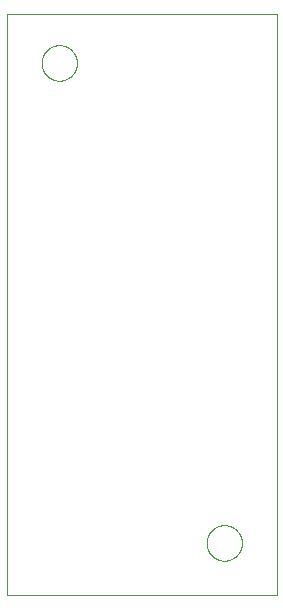
<source format=gbo>
G75*
%MOIN*%
%OFA0B0*%
%FSLAX25Y25*%
%IPPOS*%
%LPD*%
%AMOC8*
5,1,8,0,0,1.08239X$1,22.5*
%
%ADD10C,0.00000*%
D10*
X0002067Y0001500D02*
X0002067Y0195201D01*
X0091988Y0195201D01*
X0091988Y0001500D01*
X0002067Y0001500D01*
X0068661Y0019000D02*
X0068663Y0019153D01*
X0068669Y0019307D01*
X0068679Y0019460D01*
X0068693Y0019612D01*
X0068711Y0019765D01*
X0068733Y0019916D01*
X0068758Y0020067D01*
X0068788Y0020218D01*
X0068822Y0020368D01*
X0068859Y0020516D01*
X0068900Y0020664D01*
X0068945Y0020810D01*
X0068994Y0020956D01*
X0069047Y0021100D01*
X0069103Y0021242D01*
X0069163Y0021383D01*
X0069227Y0021523D01*
X0069294Y0021661D01*
X0069365Y0021797D01*
X0069440Y0021931D01*
X0069517Y0022063D01*
X0069599Y0022193D01*
X0069683Y0022321D01*
X0069771Y0022447D01*
X0069862Y0022570D01*
X0069956Y0022691D01*
X0070054Y0022809D01*
X0070154Y0022925D01*
X0070258Y0023038D01*
X0070364Y0023149D01*
X0070473Y0023257D01*
X0070585Y0023362D01*
X0070699Y0023463D01*
X0070817Y0023562D01*
X0070936Y0023658D01*
X0071058Y0023751D01*
X0071183Y0023840D01*
X0071310Y0023927D01*
X0071439Y0024009D01*
X0071570Y0024089D01*
X0071703Y0024165D01*
X0071838Y0024238D01*
X0071975Y0024307D01*
X0072114Y0024372D01*
X0072254Y0024434D01*
X0072396Y0024492D01*
X0072539Y0024547D01*
X0072684Y0024598D01*
X0072830Y0024645D01*
X0072977Y0024688D01*
X0073125Y0024727D01*
X0073274Y0024763D01*
X0073424Y0024794D01*
X0073575Y0024822D01*
X0073726Y0024846D01*
X0073879Y0024866D01*
X0074031Y0024882D01*
X0074184Y0024894D01*
X0074337Y0024902D01*
X0074490Y0024906D01*
X0074644Y0024906D01*
X0074797Y0024902D01*
X0074950Y0024894D01*
X0075103Y0024882D01*
X0075255Y0024866D01*
X0075408Y0024846D01*
X0075559Y0024822D01*
X0075710Y0024794D01*
X0075860Y0024763D01*
X0076009Y0024727D01*
X0076157Y0024688D01*
X0076304Y0024645D01*
X0076450Y0024598D01*
X0076595Y0024547D01*
X0076738Y0024492D01*
X0076880Y0024434D01*
X0077020Y0024372D01*
X0077159Y0024307D01*
X0077296Y0024238D01*
X0077431Y0024165D01*
X0077564Y0024089D01*
X0077695Y0024009D01*
X0077824Y0023927D01*
X0077951Y0023840D01*
X0078076Y0023751D01*
X0078198Y0023658D01*
X0078317Y0023562D01*
X0078435Y0023463D01*
X0078549Y0023362D01*
X0078661Y0023257D01*
X0078770Y0023149D01*
X0078876Y0023038D01*
X0078980Y0022925D01*
X0079080Y0022809D01*
X0079178Y0022691D01*
X0079272Y0022570D01*
X0079363Y0022447D01*
X0079451Y0022321D01*
X0079535Y0022193D01*
X0079617Y0022063D01*
X0079694Y0021931D01*
X0079769Y0021797D01*
X0079840Y0021661D01*
X0079907Y0021523D01*
X0079971Y0021383D01*
X0080031Y0021242D01*
X0080087Y0021100D01*
X0080140Y0020956D01*
X0080189Y0020810D01*
X0080234Y0020664D01*
X0080275Y0020516D01*
X0080312Y0020368D01*
X0080346Y0020218D01*
X0080376Y0020067D01*
X0080401Y0019916D01*
X0080423Y0019765D01*
X0080441Y0019612D01*
X0080455Y0019460D01*
X0080465Y0019307D01*
X0080471Y0019153D01*
X0080473Y0019000D01*
X0080471Y0018847D01*
X0080465Y0018693D01*
X0080455Y0018540D01*
X0080441Y0018388D01*
X0080423Y0018235D01*
X0080401Y0018084D01*
X0080376Y0017933D01*
X0080346Y0017782D01*
X0080312Y0017632D01*
X0080275Y0017484D01*
X0080234Y0017336D01*
X0080189Y0017190D01*
X0080140Y0017044D01*
X0080087Y0016900D01*
X0080031Y0016758D01*
X0079971Y0016617D01*
X0079907Y0016477D01*
X0079840Y0016339D01*
X0079769Y0016203D01*
X0079694Y0016069D01*
X0079617Y0015937D01*
X0079535Y0015807D01*
X0079451Y0015679D01*
X0079363Y0015553D01*
X0079272Y0015430D01*
X0079178Y0015309D01*
X0079080Y0015191D01*
X0078980Y0015075D01*
X0078876Y0014962D01*
X0078770Y0014851D01*
X0078661Y0014743D01*
X0078549Y0014638D01*
X0078435Y0014537D01*
X0078317Y0014438D01*
X0078198Y0014342D01*
X0078076Y0014249D01*
X0077951Y0014160D01*
X0077824Y0014073D01*
X0077695Y0013991D01*
X0077564Y0013911D01*
X0077431Y0013835D01*
X0077296Y0013762D01*
X0077159Y0013693D01*
X0077020Y0013628D01*
X0076880Y0013566D01*
X0076738Y0013508D01*
X0076595Y0013453D01*
X0076450Y0013402D01*
X0076304Y0013355D01*
X0076157Y0013312D01*
X0076009Y0013273D01*
X0075860Y0013237D01*
X0075710Y0013206D01*
X0075559Y0013178D01*
X0075408Y0013154D01*
X0075255Y0013134D01*
X0075103Y0013118D01*
X0074950Y0013106D01*
X0074797Y0013098D01*
X0074644Y0013094D01*
X0074490Y0013094D01*
X0074337Y0013098D01*
X0074184Y0013106D01*
X0074031Y0013118D01*
X0073879Y0013134D01*
X0073726Y0013154D01*
X0073575Y0013178D01*
X0073424Y0013206D01*
X0073274Y0013237D01*
X0073125Y0013273D01*
X0072977Y0013312D01*
X0072830Y0013355D01*
X0072684Y0013402D01*
X0072539Y0013453D01*
X0072396Y0013508D01*
X0072254Y0013566D01*
X0072114Y0013628D01*
X0071975Y0013693D01*
X0071838Y0013762D01*
X0071703Y0013835D01*
X0071570Y0013911D01*
X0071439Y0013991D01*
X0071310Y0014073D01*
X0071183Y0014160D01*
X0071058Y0014249D01*
X0070936Y0014342D01*
X0070817Y0014438D01*
X0070699Y0014537D01*
X0070585Y0014638D01*
X0070473Y0014743D01*
X0070364Y0014851D01*
X0070258Y0014962D01*
X0070154Y0015075D01*
X0070054Y0015191D01*
X0069956Y0015309D01*
X0069862Y0015430D01*
X0069771Y0015553D01*
X0069683Y0015679D01*
X0069599Y0015807D01*
X0069517Y0015937D01*
X0069440Y0016069D01*
X0069365Y0016203D01*
X0069294Y0016339D01*
X0069227Y0016477D01*
X0069163Y0016617D01*
X0069103Y0016758D01*
X0069047Y0016900D01*
X0068994Y0017044D01*
X0068945Y0017190D01*
X0068900Y0017336D01*
X0068859Y0017484D01*
X0068822Y0017632D01*
X0068788Y0017782D01*
X0068758Y0017933D01*
X0068733Y0018084D01*
X0068711Y0018235D01*
X0068693Y0018388D01*
X0068679Y0018540D01*
X0068669Y0018693D01*
X0068663Y0018847D01*
X0068661Y0019000D01*
X0013661Y0179000D02*
X0013663Y0179153D01*
X0013669Y0179307D01*
X0013679Y0179460D01*
X0013693Y0179612D01*
X0013711Y0179765D01*
X0013733Y0179916D01*
X0013758Y0180067D01*
X0013788Y0180218D01*
X0013822Y0180368D01*
X0013859Y0180516D01*
X0013900Y0180664D01*
X0013945Y0180810D01*
X0013994Y0180956D01*
X0014047Y0181100D01*
X0014103Y0181242D01*
X0014163Y0181383D01*
X0014227Y0181523D01*
X0014294Y0181661D01*
X0014365Y0181797D01*
X0014440Y0181931D01*
X0014517Y0182063D01*
X0014599Y0182193D01*
X0014683Y0182321D01*
X0014771Y0182447D01*
X0014862Y0182570D01*
X0014956Y0182691D01*
X0015054Y0182809D01*
X0015154Y0182925D01*
X0015258Y0183038D01*
X0015364Y0183149D01*
X0015473Y0183257D01*
X0015585Y0183362D01*
X0015699Y0183463D01*
X0015817Y0183562D01*
X0015936Y0183658D01*
X0016058Y0183751D01*
X0016183Y0183840D01*
X0016310Y0183927D01*
X0016439Y0184009D01*
X0016570Y0184089D01*
X0016703Y0184165D01*
X0016838Y0184238D01*
X0016975Y0184307D01*
X0017114Y0184372D01*
X0017254Y0184434D01*
X0017396Y0184492D01*
X0017539Y0184547D01*
X0017684Y0184598D01*
X0017830Y0184645D01*
X0017977Y0184688D01*
X0018125Y0184727D01*
X0018274Y0184763D01*
X0018424Y0184794D01*
X0018575Y0184822D01*
X0018726Y0184846D01*
X0018879Y0184866D01*
X0019031Y0184882D01*
X0019184Y0184894D01*
X0019337Y0184902D01*
X0019490Y0184906D01*
X0019644Y0184906D01*
X0019797Y0184902D01*
X0019950Y0184894D01*
X0020103Y0184882D01*
X0020255Y0184866D01*
X0020408Y0184846D01*
X0020559Y0184822D01*
X0020710Y0184794D01*
X0020860Y0184763D01*
X0021009Y0184727D01*
X0021157Y0184688D01*
X0021304Y0184645D01*
X0021450Y0184598D01*
X0021595Y0184547D01*
X0021738Y0184492D01*
X0021880Y0184434D01*
X0022020Y0184372D01*
X0022159Y0184307D01*
X0022296Y0184238D01*
X0022431Y0184165D01*
X0022564Y0184089D01*
X0022695Y0184009D01*
X0022824Y0183927D01*
X0022951Y0183840D01*
X0023076Y0183751D01*
X0023198Y0183658D01*
X0023317Y0183562D01*
X0023435Y0183463D01*
X0023549Y0183362D01*
X0023661Y0183257D01*
X0023770Y0183149D01*
X0023876Y0183038D01*
X0023980Y0182925D01*
X0024080Y0182809D01*
X0024178Y0182691D01*
X0024272Y0182570D01*
X0024363Y0182447D01*
X0024451Y0182321D01*
X0024535Y0182193D01*
X0024617Y0182063D01*
X0024694Y0181931D01*
X0024769Y0181797D01*
X0024840Y0181661D01*
X0024907Y0181523D01*
X0024971Y0181383D01*
X0025031Y0181242D01*
X0025087Y0181100D01*
X0025140Y0180956D01*
X0025189Y0180810D01*
X0025234Y0180664D01*
X0025275Y0180516D01*
X0025312Y0180368D01*
X0025346Y0180218D01*
X0025376Y0180067D01*
X0025401Y0179916D01*
X0025423Y0179765D01*
X0025441Y0179612D01*
X0025455Y0179460D01*
X0025465Y0179307D01*
X0025471Y0179153D01*
X0025473Y0179000D01*
X0025471Y0178847D01*
X0025465Y0178693D01*
X0025455Y0178540D01*
X0025441Y0178388D01*
X0025423Y0178235D01*
X0025401Y0178084D01*
X0025376Y0177933D01*
X0025346Y0177782D01*
X0025312Y0177632D01*
X0025275Y0177484D01*
X0025234Y0177336D01*
X0025189Y0177190D01*
X0025140Y0177044D01*
X0025087Y0176900D01*
X0025031Y0176758D01*
X0024971Y0176617D01*
X0024907Y0176477D01*
X0024840Y0176339D01*
X0024769Y0176203D01*
X0024694Y0176069D01*
X0024617Y0175937D01*
X0024535Y0175807D01*
X0024451Y0175679D01*
X0024363Y0175553D01*
X0024272Y0175430D01*
X0024178Y0175309D01*
X0024080Y0175191D01*
X0023980Y0175075D01*
X0023876Y0174962D01*
X0023770Y0174851D01*
X0023661Y0174743D01*
X0023549Y0174638D01*
X0023435Y0174537D01*
X0023317Y0174438D01*
X0023198Y0174342D01*
X0023076Y0174249D01*
X0022951Y0174160D01*
X0022824Y0174073D01*
X0022695Y0173991D01*
X0022564Y0173911D01*
X0022431Y0173835D01*
X0022296Y0173762D01*
X0022159Y0173693D01*
X0022020Y0173628D01*
X0021880Y0173566D01*
X0021738Y0173508D01*
X0021595Y0173453D01*
X0021450Y0173402D01*
X0021304Y0173355D01*
X0021157Y0173312D01*
X0021009Y0173273D01*
X0020860Y0173237D01*
X0020710Y0173206D01*
X0020559Y0173178D01*
X0020408Y0173154D01*
X0020255Y0173134D01*
X0020103Y0173118D01*
X0019950Y0173106D01*
X0019797Y0173098D01*
X0019644Y0173094D01*
X0019490Y0173094D01*
X0019337Y0173098D01*
X0019184Y0173106D01*
X0019031Y0173118D01*
X0018879Y0173134D01*
X0018726Y0173154D01*
X0018575Y0173178D01*
X0018424Y0173206D01*
X0018274Y0173237D01*
X0018125Y0173273D01*
X0017977Y0173312D01*
X0017830Y0173355D01*
X0017684Y0173402D01*
X0017539Y0173453D01*
X0017396Y0173508D01*
X0017254Y0173566D01*
X0017114Y0173628D01*
X0016975Y0173693D01*
X0016838Y0173762D01*
X0016703Y0173835D01*
X0016570Y0173911D01*
X0016439Y0173991D01*
X0016310Y0174073D01*
X0016183Y0174160D01*
X0016058Y0174249D01*
X0015936Y0174342D01*
X0015817Y0174438D01*
X0015699Y0174537D01*
X0015585Y0174638D01*
X0015473Y0174743D01*
X0015364Y0174851D01*
X0015258Y0174962D01*
X0015154Y0175075D01*
X0015054Y0175191D01*
X0014956Y0175309D01*
X0014862Y0175430D01*
X0014771Y0175553D01*
X0014683Y0175679D01*
X0014599Y0175807D01*
X0014517Y0175937D01*
X0014440Y0176069D01*
X0014365Y0176203D01*
X0014294Y0176339D01*
X0014227Y0176477D01*
X0014163Y0176617D01*
X0014103Y0176758D01*
X0014047Y0176900D01*
X0013994Y0177044D01*
X0013945Y0177190D01*
X0013900Y0177336D01*
X0013859Y0177484D01*
X0013822Y0177632D01*
X0013788Y0177782D01*
X0013758Y0177933D01*
X0013733Y0178084D01*
X0013711Y0178235D01*
X0013693Y0178388D01*
X0013679Y0178540D01*
X0013669Y0178693D01*
X0013663Y0178847D01*
X0013661Y0179000D01*
M02*

</source>
